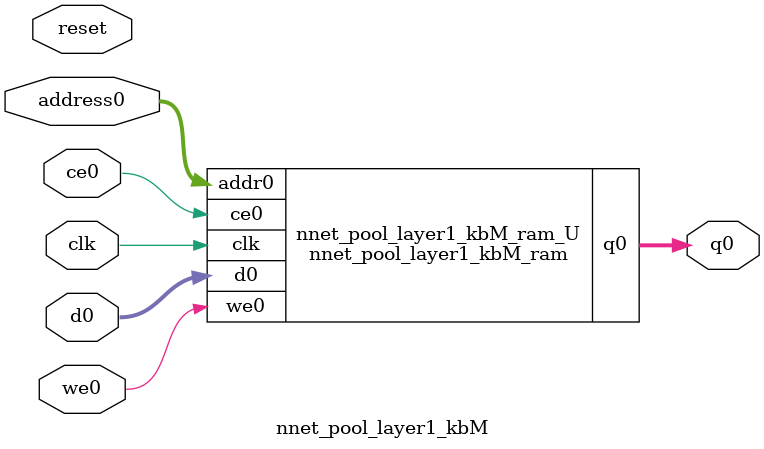
<source format=v>

`timescale 1 ns / 1 ps
module nnet_pool_layer1_kbM_ram (addr0, ce0, d0, we0, q0,  clk);

parameter DWIDTH = 32;
parameter AWIDTH = 11;
parameter MEM_SIZE = 1568;

input[AWIDTH-1:0] addr0;
input ce0;
input[DWIDTH-1:0] d0;
input we0;
output reg[DWIDTH-1:0] q0;
input clk;

(* ram_style = "block" *)reg [DWIDTH-1:0] ram[0:MEM_SIZE-1];




always @(posedge clk)  
begin 
    if (ce0) 
    begin
        if (we0) 
        begin 
            ram[addr0] <= d0; 
            q0 <= d0;
        end 
        else 
            q0 <= ram[addr0];
    end
end


endmodule


`timescale 1 ns / 1 ps
module nnet_pool_layer1_kbM(
    reset,
    clk,
    address0,
    ce0,
    we0,
    d0,
    q0);

parameter DataWidth = 32'd32;
parameter AddressRange = 32'd1568;
parameter AddressWidth = 32'd11;
input reset;
input clk;
input[AddressWidth - 1:0] address0;
input ce0;
input we0;
input[DataWidth - 1:0] d0;
output[DataWidth - 1:0] q0;



nnet_pool_layer1_kbM_ram nnet_pool_layer1_kbM_ram_U(
    .clk( clk ),
    .addr0( address0 ),
    .ce0( ce0 ),
    .d0( d0 ),
    .we0( we0 ),
    .q0( q0 ));

endmodule


</source>
